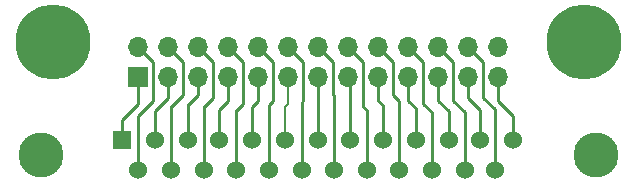
<source format=gtl>
%TF.GenerationSoftware,KiCad,Pcbnew,(5.1.10)-1*%
%TF.CreationDate,2022-01-20T18:23:21-05:00*%
%TF.ProjectId,DB25-02,44423235-2d30-4322-9e6b-696361645f70,X1*%
%TF.SameCoordinates,Original*%
%TF.FileFunction,Copper,L1,Top*%
%TF.FilePolarity,Positive*%
%FSLAX46Y46*%
G04 Gerber Fmt 4.6, Leading zero omitted, Abs format (unit mm)*
G04 Created by KiCad (PCBNEW (5.1.10)-1) date 2022-01-20 18:23:21*
%MOMM*%
%LPD*%
G01*
G04 APERTURE LIST*
%TA.AperFunction,ComponentPad*%
%ADD10R,1.700000X1.700000*%
%TD*%
%TA.AperFunction,ComponentPad*%
%ADD11O,1.700000X1.700000*%
%TD*%
%TA.AperFunction,ComponentPad*%
%ADD12C,3.810000*%
%TD*%
%TA.AperFunction,ComponentPad*%
%ADD13C,1.524000*%
%TD*%
%TA.AperFunction,ComponentPad*%
%ADD14R,1.524000X1.524000*%
%TD*%
%TA.AperFunction,ComponentPad*%
%ADD15C,6.350000*%
%TD*%
%TA.AperFunction,Conductor*%
%ADD16C,0.254000*%
%TD*%
%TA.AperFunction,Conductor*%
%ADD17C,0.203200*%
%TD*%
G04 APERTURE END LIST*
D10*
%TO.P,P1,1*%
%TO.N,Net-(J1-Pad1)*%
X32258000Y-12954000D03*
D11*
%TO.P,P1,2*%
%TO.N,Net-(J1-Pad14)*%
X32258000Y-10414000D03*
%TO.P,P1,3*%
%TO.N,Net-(J1-Pad2)*%
X34798000Y-12954000D03*
%TO.P,P1,4*%
%TO.N,Net-(J1-Pad15)*%
X34798000Y-10414000D03*
%TO.P,P1,5*%
%TO.N,Net-(J1-Pad3)*%
X37338000Y-12954000D03*
%TO.P,P1,6*%
%TO.N,Net-(J1-Pad16)*%
X37338000Y-10414000D03*
%TO.P,P1,7*%
%TO.N,Net-(J1-Pad4)*%
X39878000Y-12954000D03*
%TO.P,P1,8*%
%TO.N,Net-(J1-Pad17)*%
X39878000Y-10414000D03*
%TO.P,P1,9*%
%TO.N,Net-(J1-Pad5)*%
X42418000Y-12954000D03*
%TO.P,P1,10*%
%TO.N,Net-(J1-Pad18)*%
X42418000Y-10414000D03*
%TO.P,P1,11*%
%TO.N,Net-(J1-Pad6)*%
X44958000Y-12954000D03*
%TO.P,P1,12*%
%TO.N,Net-(J1-Pad19)*%
X44958000Y-10414000D03*
%TO.P,P1,13*%
%TO.N,Net-(J1-Pad7)*%
X47498000Y-12954000D03*
%TO.P,P1,14*%
%TO.N,Net-(J1-Pad20)*%
X47498000Y-10414000D03*
%TO.P,P1,15*%
%TO.N,Net-(J1-Pad8)*%
X50038000Y-12954000D03*
%TO.P,P1,16*%
%TO.N,Net-(J1-Pad21)*%
X50038000Y-10414000D03*
%TO.P,P1,17*%
%TO.N,Net-(J1-Pad9)*%
X52578000Y-12954000D03*
%TO.P,P1,18*%
%TO.N,Net-(J1-Pad22)*%
X52578000Y-10414000D03*
%TO.P,P1,19*%
%TO.N,Net-(J1-Pad10)*%
X55118000Y-12954000D03*
%TO.P,P1,20*%
%TO.N,Net-(J1-Pad23)*%
X55118000Y-10414000D03*
%TO.P,P1,21*%
%TO.N,Net-(J1-Pad11)*%
X57658000Y-12954000D03*
%TO.P,P1,22*%
%TO.N,Net-(J1-Pad24)*%
X57658000Y-10414000D03*
%TO.P,P1,23*%
%TO.N,Net-(J1-Pad12)*%
X60198000Y-12954000D03*
%TO.P,P1,24*%
%TO.N,Net-(J1-Pad25)*%
X60198000Y-10414000D03*
%TO.P,P1,25*%
%TO.N,Net-(J1-Pad13)*%
X62738000Y-12954000D03*
%TO.P,P1,26*%
%TO.N,N/C*%
X62738000Y-10414000D03*
%TD*%
D12*
%TO.P,J1,*%
%TO.N,*%
X24003000Y-19558000D03*
X70993000Y-19558000D03*
D13*
%TO.P,J1,13*%
%TO.N,Net-(J1-Pad13)*%
X64008000Y-18288000D03*
%TO.P,J1,12*%
%TO.N,Net-(J1-Pad12)*%
X61214000Y-18288000D03*
%TO.P,J1,11*%
%TO.N,Net-(J1-Pad11)*%
X58547000Y-18288000D03*
%TO.P,J1,10*%
%TO.N,Net-(J1-Pad10)*%
X55753000Y-18288000D03*
%TO.P,J1,9*%
%TO.N,Net-(J1-Pad9)*%
X52959000Y-18288000D03*
%TO.P,J1,8*%
%TO.N,Net-(J1-Pad8)*%
X50165000Y-18288000D03*
%TO.P,J1,7*%
%TO.N,Net-(J1-Pad7)*%
X47498000Y-18288000D03*
%TO.P,J1,6*%
%TO.N,Net-(J1-Pad6)*%
X44704000Y-18288000D03*
%TO.P,J1,5*%
%TO.N,Net-(J1-Pad5)*%
X41910000Y-18288000D03*
%TO.P,J1,4*%
%TO.N,Net-(J1-Pad4)*%
X39116000Y-18288000D03*
%TO.P,J1,3*%
%TO.N,Net-(J1-Pad3)*%
X36449000Y-18288000D03*
%TO.P,J1,2*%
%TO.N,Net-(J1-Pad2)*%
X33655000Y-18288000D03*
D14*
%TO.P,J1,1*%
%TO.N,Net-(J1-Pad1)*%
X30861000Y-18288000D03*
D13*
%TO.P,J1,25*%
%TO.N,Net-(J1-Pad25)*%
X62433200Y-20828000D03*
%TO.P,J1,24*%
%TO.N,Net-(J1-Pad24)*%
X59893200Y-20828000D03*
%TO.P,J1,23*%
%TO.N,Net-(J1-Pad23)*%
X57099200Y-20828000D03*
%TO.P,J1,22*%
%TO.N,Net-(J1-Pad22)*%
X54356000Y-20828000D03*
%TO.P,J1,21*%
%TO.N,Net-(J1-Pad21)*%
X51612800Y-20828000D03*
%TO.P,J1,20*%
%TO.N,Net-(J1-Pad20)*%
X48818800Y-20828000D03*
%TO.P,J1,19*%
%TO.N,Net-(J1-Pad19)*%
X46075600Y-20828000D03*
%TO.P,J1,18*%
%TO.N,Net-(J1-Pad18)*%
X43332400Y-20828000D03*
%TO.P,J1,17*%
%TO.N,Net-(J1-Pad17)*%
X40487600Y-20828000D03*
%TO.P,J1,16*%
%TO.N,Net-(J1-Pad16)*%
X37795200Y-20828000D03*
%TO.P,J1,15*%
%TO.N,Net-(J1-Pad15)*%
X35052000Y-20828000D03*
%TO.P,J1,14*%
%TO.N,Net-(J1-Pad14)*%
X32258000Y-20828000D03*
%TD*%
D15*
%TO.P,MTG1,1*%
%TO.N,N/C*%
X70000000Y-10000000D03*
%TD*%
%TO.P,MTG2,1*%
%TO.N,N/C*%
X25000000Y-10000000D03*
%TD*%
D16*
%TO.N,Net-(J1-Pad1)*%
X30861000Y-16637000D02*
X32258000Y-15240000D01*
X32258000Y-15240000D02*
X32258000Y-12954000D01*
X30861000Y-18288000D02*
X30861000Y-16637000D01*
%TO.N,Net-(J1-Pad2)*%
X34798000Y-14732000D02*
X34798000Y-12954000D01*
X33655000Y-15875000D02*
X34798000Y-14732000D01*
X33655000Y-18288000D02*
X33655000Y-15875000D01*
D17*
%TO.N,Net-(J1-Pad3)*%
X37338000Y-14478000D02*
X36449000Y-15367000D01*
X37338000Y-12954000D02*
X37338000Y-14478000D01*
D16*
X37338000Y-14478000D02*
X37338000Y-12954000D01*
X36449000Y-15367000D02*
X37338000Y-14478000D01*
X36449000Y-18288000D02*
X36449000Y-15367000D01*
%TO.N,Net-(J1-Pad4)*%
X39116000Y-15748000D02*
X39878000Y-14986000D01*
X39878000Y-14986000D02*
X39878000Y-12954000D01*
X39116000Y-18288000D02*
X39116000Y-15748000D01*
%TO.N,Net-(J1-Pad5)*%
X41910000Y-15494000D02*
X42418000Y-14986000D01*
X42418000Y-14986000D02*
X42418000Y-12954000D01*
X41910000Y-18288000D02*
X41910000Y-15494000D01*
D17*
%TO.N,Net-(J1-Pad6)*%
X44958000Y-15240000D02*
X44704000Y-15494000D01*
X44704000Y-15494000D02*
X44704000Y-18288000D01*
X44958000Y-12954000D02*
X44958000Y-15240000D01*
D16*
%TO.N,Net-(J1-Pad7)*%
X47498000Y-18288000D02*
X47498000Y-12954000D01*
D17*
%TO.N,Net-(J1-Pad8)*%
X50165000Y-13081000D02*
X50038000Y-12954000D01*
D16*
X50165000Y-13081000D02*
X50038000Y-12954000D01*
X50165000Y-18288000D02*
X50165000Y-13081000D01*
D17*
%TO.N,Net-(J1-Pad9)*%
X52959000Y-13335000D02*
X52578000Y-12954000D01*
D16*
X52959000Y-15367000D02*
X52578000Y-14986000D01*
X52578000Y-14986000D02*
X52578000Y-12954000D01*
X52959000Y-18288000D02*
X52959000Y-15367000D01*
%TO.N,Net-(J1-Pad10)*%
X55753000Y-15621000D02*
X55118000Y-14986000D01*
X55118000Y-14986000D02*
X55118000Y-12954000D01*
X55753000Y-18288000D02*
X55753000Y-15621000D01*
%TO.N,Net-(J1-Pad11)*%
X58547000Y-15875000D02*
X57658000Y-14986000D01*
X57658000Y-14986000D02*
X57658000Y-12954000D01*
X58547000Y-18288000D02*
X58547000Y-15875000D01*
D17*
%TO.N,Net-(J1-Pad12)*%
X60198000Y-14732000D02*
X61214000Y-15748000D01*
X60198000Y-12954000D02*
X60198000Y-14732000D01*
D16*
X60198000Y-14732000D02*
X60198000Y-12954000D01*
X61214000Y-15748000D02*
X60198000Y-14732000D01*
X61214000Y-18288000D02*
X61214000Y-15748000D01*
%TO.N,Net-(J1-Pad13)*%
X64008000Y-16256000D02*
X62738000Y-14986000D01*
X62738000Y-14986000D02*
X62738000Y-12954000D01*
X64008000Y-18288000D02*
X64008000Y-16256000D01*
D17*
%TO.N,Net-(J1-Pad14)*%
X32258000Y-10414000D02*
X32512000Y-10414000D01*
D16*
X32258000Y-16256000D02*
X33528000Y-14986000D01*
X33528000Y-14986000D02*
X33528000Y-11684000D01*
X33528000Y-11684000D02*
X32258000Y-10414000D01*
X32258000Y-20828000D02*
X32258000Y-16256000D01*
D17*
%TO.N,Net-(J1-Pad15)*%
X36068000Y-11684000D02*
X36068000Y-14478000D01*
X36068000Y-14478000D02*
X35052000Y-15494000D01*
X34798000Y-10414000D02*
X36068000Y-11684000D01*
D16*
X36068000Y-11684000D02*
X34798000Y-10414000D01*
X36068000Y-14478000D02*
X36068000Y-11684000D01*
X35052000Y-15494000D02*
X36068000Y-14478000D01*
X35052000Y-20828000D02*
X35052000Y-15494000D01*
D17*
%TO.N,Net-(J1-Pad16)*%
X37846000Y-20777200D02*
X37795200Y-20828000D01*
X38608000Y-11684000D02*
X38608000Y-14732000D01*
X38608000Y-14732000D02*
X37846000Y-15494000D01*
X37846000Y-15494000D02*
X37846000Y-20777200D01*
X37338000Y-10414000D02*
X38608000Y-11684000D01*
D16*
X38608000Y-11684000D02*
X37338000Y-10414000D01*
X38608000Y-14732000D02*
X38608000Y-11684000D01*
X37795200Y-15544800D02*
X38608000Y-14732000D01*
X37795200Y-20828000D02*
X37795200Y-15544800D01*
D17*
%TO.N,Net-(J1-Pad17)*%
X41148000Y-11684000D02*
X41148000Y-15240000D01*
X41148000Y-15240000D02*
X40487600Y-15900400D01*
X39878000Y-10414000D02*
X41148000Y-11684000D01*
D16*
X41148000Y-11684000D02*
X39878000Y-10414000D01*
X41148000Y-15240000D02*
X41148000Y-11684000D01*
X40487600Y-15900400D02*
X41148000Y-15240000D01*
X40487600Y-20828000D02*
X40487600Y-15900400D01*
D17*
%TO.N,Net-(J1-Pad18)*%
X42418000Y-10414000D02*
X43688000Y-11684000D01*
D16*
X43688000Y-11684000D02*
X42418000Y-10414000D01*
X43332400Y-15341600D02*
X43688000Y-14986000D01*
X43688000Y-14986000D02*
X43688000Y-11684000D01*
X43332400Y-20828000D02*
X43332400Y-15341600D01*
D17*
%TO.N,Net-(J1-Pad19)*%
X46228000Y-20675600D02*
X46075600Y-20828000D01*
X44958000Y-10414000D02*
X44958000Y-10668000D01*
D16*
X46075600Y-15138400D02*
X46228000Y-14986000D01*
X46228000Y-14986000D02*
X46228000Y-11684000D01*
X46228000Y-11684000D02*
X44958000Y-10414000D01*
X46075600Y-20828000D02*
X46075600Y-15138400D01*
D17*
%TO.N,Net-(J1-Pad20)*%
X47498000Y-10414000D02*
X48768000Y-11684000D01*
X48768000Y-11684000D02*
X47498000Y-10414000D01*
D16*
X48768000Y-11684000D02*
X47498000Y-10414000D01*
X48818800Y-14528800D02*
X48768000Y-14478000D01*
X48768000Y-14478000D02*
X48768000Y-11684000D01*
X48768000Y-11684000D02*
X47498000Y-10414000D01*
X48768000Y-14478000D02*
X48768000Y-11684000D01*
X48818800Y-14528800D02*
X48768000Y-14478000D01*
X48818800Y-20828000D02*
X48818800Y-14528800D01*
D17*
%TO.N,Net-(J1-Pad21)*%
X51308000Y-11684000D02*
X50038000Y-10414000D01*
D16*
X51308000Y-11684000D02*
X50038000Y-10414000D01*
X51612800Y-15798800D02*
X51308000Y-15494000D01*
X51308000Y-15494000D02*
X51308000Y-11684000D01*
X51612800Y-20828000D02*
X51612800Y-15798800D01*
D17*
%TO.N,Net-(J1-Pad22)*%
X53848000Y-11684000D02*
X52578000Y-10414000D01*
D16*
X53848000Y-11684000D02*
X52578000Y-10414000D01*
X54356000Y-14986000D02*
X53848000Y-14478000D01*
X53848000Y-14478000D02*
X53848000Y-11684000D01*
X54356000Y-20828000D02*
X54356000Y-14986000D01*
D17*
%TO.N,Net-(J1-Pad23)*%
X57099200Y-15951200D02*
X56388000Y-15240000D01*
X56388000Y-15240000D02*
X56388000Y-11684000D01*
X56388000Y-11684000D02*
X55118000Y-10414000D01*
D16*
X56388000Y-11684000D02*
X55118000Y-10414000D01*
X56388000Y-15240000D02*
X56388000Y-11684000D01*
X57099200Y-15951200D02*
X56388000Y-15240000D01*
X57099200Y-20828000D02*
X57099200Y-15951200D01*
D17*
%TO.N,Net-(J1-Pad24)*%
X58928000Y-11684000D02*
X57658000Y-10414000D01*
D16*
X58928000Y-11684000D02*
X57658000Y-10414000D01*
X59893200Y-15951200D02*
X58928000Y-14986000D01*
X58928000Y-14986000D02*
X58928000Y-11684000D01*
X59893200Y-20828000D02*
X59893200Y-15951200D01*
D17*
%TO.N,Net-(J1-Pad25)*%
X61468000Y-11684000D02*
X60198000Y-10414000D01*
D16*
X61468000Y-11684000D02*
X60198000Y-10414000D01*
X62433200Y-15697200D02*
X61468000Y-14732000D01*
X61468000Y-14732000D02*
X61468000Y-11684000D01*
X62433200Y-20828000D02*
X62433200Y-15697200D01*
%TD*%
M02*

</source>
